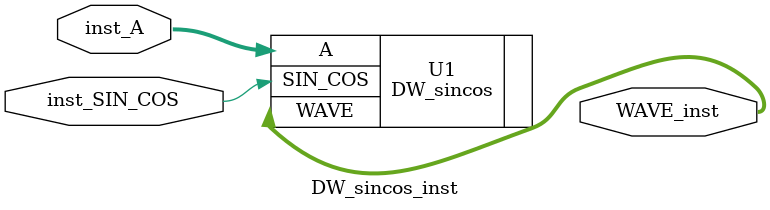
<source format=v>
module DW_sincos_inst( inst_A, inst_SIN_COS, WAVE_inst );

parameter inst_A_width = 24;
parameter inst_WAVE_width = 25;
parameter inst_arch = 0;
parameter inst_err_range = 1;


input [inst_A_width-1 : 0] inst_A;
input inst_SIN_COS;
output [inst_WAVE_width-1 : 0] WAVE_inst;

    // Instance of DW_sincos
    DW_sincos #(inst_A_width, inst_WAVE_width, inst_arch, inst_err_range) U1 (
			.A(inst_A),
			.SIN_COS(inst_SIN_COS),
			.WAVE(WAVE_inst) );

endmodule

</source>
